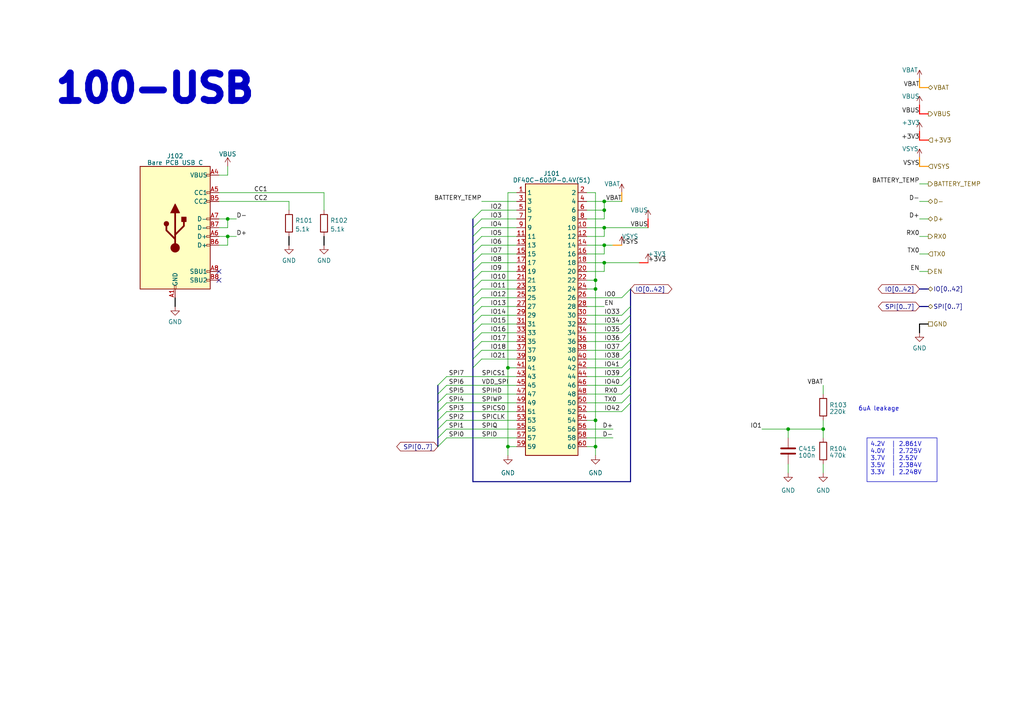
<source format=kicad_sch>
(kicad_sch (version 20230121) (generator eeschema)
  (paper "A4")
  (title_block (title "PSoM - ESP S2") (date "2023-04-17") (rev "HW00") (company "PumaCorp") (comment 1 "Design by: NdG"))
  (lib_symbols
    (symbol "Component lib:C" (pin_numbers hide) (pin_names (offset 0.254))
      (property "Reference" "C" (at 0.635 -1.27 0))
      (property "Value" "C" (at 0.635 -6.35 0))
      (symbol "C_0_1"
        (polyline (pts (xy -2.032 -4.572) (xy 2.032 -4.572)) (stroke (width 0.508)))
        (polyline (pts (xy -2.032 -3.048) (xy 2.032 -3.048)) (stroke (width 0.508)))
      )
      (symbol "C_1_1"
        (pin passive line (at 0 0 270) (length 2.794) (name "~") (number "1"))
        (pin passive line (at 0 -7.62 90) (length 2.794) (name "~") (number "2"))
      )
    )
    (symbol "Component lib:R" (pin_numbers hide) (pin_names (offset 0))
      (property "Reference" "R" (at 2.032 -3.81 90))
      (property "Value" "R" (at 0 -3.81 90))
      (symbol "R_0_1"
        (rectangle (start -1.016 -6.35) (end 1.016 -1.27) (stroke (width 0.254)))
      )
      (symbol "R_1_1"
        (pin passive line (at 0 0 270) (length 1.27) (name "~") (number "1"))
        (pin passive line (at 0 -7.62 90) (length 1.27) (name "~") (number "2"))
      )
    )
    (symbol "Component_lib:Bare PCB USB C" (pin_names (offset 0.762))
      (property "Reference" "J" (at 0 2.54 0))
      (property "Value" "Bare PCB USB C" (at 0 2.54 0))
      (symbol "Bare PCB USB C_0_0"
        (rectangle (start 9.906 -35.56) (end 10.414 -34.544))
        (rectangle (start 20.32 -32.766) (end 19.304 -33.274))
        (rectangle (start 20.32 -30.226) (end 19.304 -30.734))
        (rectangle (start 20.32 -22.606) (end 19.304 -23.114))
        (rectangle (start 20.32 -20.066) (end 19.304 -20.574))
        (rectangle (start 20.32 -17.526) (end 19.304 -18.034))
        (rectangle (start 20.32 -14.986) (end 19.304 -15.494))
        (rectangle (start 20.32 -9.906) (end 19.304 -10.414))
        (rectangle (start 20.32 -7.366) (end 19.304 -7.874))
        (rectangle (start 20.32 -2.286) (end 19.304 -2.794))
      )
      (symbol "Bare PCB USB C_0_1"
        (polyline (pts (xy 10.16 -23.622) (xy 10.16 -13.462)) (stroke (width 0.508)))
        (polyline (pts (xy 10.16 -21.082) (xy 7.62 -18.542) (xy 7.62 -17.272)) (stroke (width 0.508)))
        (polyline (pts (xy 10.16 -19.812) (xy 12.7 -17.272) (xy 12.7 -16.002)) (stroke (width 0.508)))
        (polyline (pts (xy 8.89 -13.462) (xy 10.16 -10.922) (xy 11.43 -13.462) (xy 8.89 -13.462)) (stroke (width 0.254)) (fill (type outline)))
        (rectangle (start 0 0) (end 20.32 -35.56) (stroke (width 0.254)) (fill (type background)))
        (circle (center 7.62 -16.637) (radius 0.635) (stroke (width 0.254)) (fill (type outline)))
        (circle (center 10.16 -23.622) (radius 1.27) (fill (type outline)))
        (rectangle (start 12.065 -14.732) (end 13.335 -16.002) (stroke (width 0.254)) (fill (type outline)))
      )
      (symbol "Bare PCB USB C_1_1"
        (pin passive line (at 10.16 -38.1 90) (length 2.54) (name "GND") (number "A1"))
        (pin passive line (at 10.16 -38.1 90) (length 2.54) hide (name "GND") (number "A12"))
        (pin passive line (at 22.86 -2.54 180) (length 2.54) (name "VBUS") (number "A4"))
        (pin bidirectional line (at 22.86 -7.62 180) (length 2.54) (name "CC1") (number "A5"))
        (pin bidirectional line (at 22.86 -20.32 180) (length 2.54) (name "D+") (number "A6"))
        (pin bidirectional line (at 22.86 -15.24 180) (length 2.54) (name "D-") (number "A7"))
        (pin bidirectional line (at 22.86 -30.48 180) (length 2.54) (name "SBU1") (number "A8"))
        (pin passive line (at 22.86 -2.54 180) (length 2.54) hide (name "VBUS") (number "A9"))
        (pin passive line (at 10.16 -38.1 90) (length 2.54) hide (name "GND") (number "B1"))
        (pin passive line (at 10.16 -38.1 90) (length 2.54) hide (name "GND") (number "B12"))
        (pin passive line (at 22.86 -2.54 180) (length 2.54) hide (name "VBUS") (number "B4"))
        (pin bidirectional line (at 22.86 -10.16 180) (length 2.54) (name "CC2") (number "B5"))
        (pin bidirectional line (at 22.86 -22.86 180) (length 2.54) (name "D+") (number "B6"))
        (pin bidirectional line (at 22.86 -17.78 180) (length 2.54) (name "D-") (number "B7"))
        (pin bidirectional line (at 22.86 -33.02 180) (length 2.54) (name "SBU2") (number "B8"))
        (pin passive line (at 22.86 -2.54 180) (length 2.54) hide (name "VBUS") (number "B9"))
      )
    )
    (symbol "Component_lib:DF40C-60DP-0.4V(51)"
      (property "Reference" "J" (at 5.08 7.62 0))
      (property "Value" "DF40C-60DP-0.4V(51)" (at 12.7 5.08 0))
      (symbol "DF40C-60DP-0.4V(51)_1_1"
        (rectangle (start 2.54 2.54) (end 17.78 -76.2) (stroke (width 0.254)) (fill (type background)))
        (pin passive line (at 0 0 0) (length 2.54) (name "1") (number "1"))
        (pin passive line (at 20.32 -10.16 180) (length 2.54) (name "10") (number "10"))
        (pin passive line (at 0 -12.7 0) (length 2.54) (name "11") (number "11"))
        (pin passive line (at 20.32 -12.7 180) (length 2.54) (name "12") (number "12"))
        (pin passive line (at 0 -15.24 0) (length 2.54) (name "13") (number "13"))
        (pin passive line (at 20.32 -15.24 180) (length 2.54) (name "14") (number "14"))
        (pin passive line (at 0 -17.78 0) (length 2.54) (name "15") (number "15"))
        (pin passive line (at 20.32 -17.78 180) (length 2.54) (name "16") (number "16"))
        (pin passive line (at 0 -20.32 0) (length 2.54) (name "17") (number "17"))
        (pin passive line (at 20.32 -20.32 180) (length 2.54) (name "18") (number "18"))
        (pin passive line (at 0 -22.86 0) (length 2.54) (name "19") (number "19"))
        (pin passive line (at 20.32 0 180) (length 2.54) (name "2") (number "2"))
        (pin passive line (at 20.32 -22.86 180) (length 2.54) (name "20") (number "20"))
        (pin passive line (at 0 -25.4 0) (length 2.54) (name "21") (number "21"))
        (pin passive line (at 20.32 -25.4 180) (length 2.54) (name "22") (number "22"))
        (pin passive line (at 0 -27.94 0) (length 2.54) (name "23") (number "23"))
        (pin passive line (at 20.32 -27.94 180) (length 2.54) (name "24") (number "24"))
        (pin passive line (at 0 -30.48 0) (length 2.54) (name "25") (number "25"))
        (pin passive line (at 20.32 -30.48 180) (length 2.54) (name "26") (number "26"))
        (pin passive line (at 0 -33.02 0) (length 2.54) (name "27") (number "27"))
        (pin passive line (at 20.32 -33.02 180) (length 2.54) (name "28") (number "28"))
        (pin passive line (at 0 -35.56 0) (length 2.54) (name "29") (number "29"))
        (pin passive line (at 0 -2.54 0) (length 2.54) (name "3") (number "3"))
        (pin passive line (at 20.32 -35.56 180) (length 2.54) (name "30") (number "30"))
        (pin passive line (at 0 -38.1 0) (length 2.54) (name "31") (number "31"))
        (pin passive line (at 20.32 -38.1 180) (length 2.54) (name "32") (number "32"))
        (pin passive line (at 0 -40.64 0) (length 2.54) (name "33") (number "33"))
        (pin passive line (at 20.32 -40.64 180) (length 2.54) (name "34") (number "34"))
        (pin passive line (at 0 -43.18 0) (length 2.54) (name "35") (number "35"))
        (pin passive line (at 20.32 -43.18 180) (length 2.54) (name "36") (number "36"))
        (pin passive line (at 0 -45.72 0) (length 2.54) (name "37") (number "37"))
        (pin passive line (at 20.32 -45.72 180) (length 2.54) (name "38") (number "38"))
        (pin passive line (at 0 -48.26 0) (length 2.54) (name "39") (number "39"))
        (pin passive line (at 20.32 -2.54 180) (length 2.54) (name "4") (number "4"))
        (pin passive line (at 20.32 -48.26 180) (length 2.54) (name "40") (number "40"))
        (pin passive line (at 0 -50.8 0) (length 2.54) (name "41") (number "41"))
        (pin passive line (at 20.32 -50.8 180) (length 2.54) (name "42") (number "42"))
        (pin passive line (at 0 -53.34 0) (length 2.54) (name "43") (number "43"))
        (pin passive line (at 20.32 -53.34 180) (length 2.54) (name "44") (number "44"))
        (pin passive line (at 0 -55.88 0) (length 2.54) (name "45") (number "45"))
        (pin passive line (at 20.32 -55.88 180) (length 2.54) (name "46") (number "46"))
        (pin passive line (at 0 -58.42 0) (length 2.54) (name "47") (number "47"))
        (pin passive line (at 20.32 -58.42 180) (length 2.54) (name "48") (number "48"))
        (pin passive line (at 0 -60.96 0) (length 2.54) (name "49") (number "49"))
        (pin passive line (at 0 -5.08 0) (length 2.54) (name "5") (number "5"))
        (pin passive line (at 20.32 -60.96 180) (length 2.54) (name "50") (number "50"))
        (pin passive line (at 0 -63.5 0) (length 2.54) (name "51") (number "51"))
        (pin passive line (at 20.32 -63.5 180) (length 2.54) (name "52") (number "52"))
        (pin passive line (at 0 -66.04 0) (length 2.54) (name "53") (number "53"))
        (pin passive line (at 20.32 -66.04 180) (length 2.54) (name "54") (number "54"))
        (pin passive line (at 0 -68.58 0) (length 2.54) (name "55") (number "55"))
        (pin passive line (at 20.32 -68.58 180) (length 2.54) (name "56") (number "56"))
        (pin passive line (at 0 -71.12 0) (length 2.54) (name "57") (number "57"))
        (pin passive line (at 20.32 -71.12 180) (length 2.54) (name "58") (number "58"))
        (pin passive line (at 0 -73.66 0) (length 2.54) (name "59") (number "59"))
        (pin passive line (at 20.32 -5.08 180) (length 2.54) (name "6") (number "6"))
        (pin passive line (at 20.32 -73.66 180) (length 2.54) (name "60") (number "60"))
        (pin passive line (at 0 -7.62 0) (length 2.54) (name "7") (number "7"))
        (pin passive line (at 20.32 -7.62 180) (length 2.54) (name "8") (number "8"))
        (pin passive line (at 0 -10.16 0) (length 2.54) (name "9") (number "9"))
      )
    )
    (symbol "Component_lib:R" (pin_numbers hide) (pin_names (offset 0))
      (property "Reference" "R" (at 2.032 -3.81 90))
      (property "Value" "R" (at 0 -3.81 90))
      (symbol "R_0_1"
        (rectangle (start -1.016 -6.35) (end 1.016 -1.27) (stroke (width 0.254)))
      )
      (symbol "R_1_1"
        (pin passive line (at 0 0 270) (length 1.27) (name "~") (number "1"))
        (pin passive line (at 0 -7.62 90) (length 1.27) (name "~") (number "2"))
      )
    )
    (symbol "Component_lib:VBAT" (power) (pin_numbers hide) (in_bom no) (on_board no)
      (property "Value" "VBAT" (at 0 3.81 0))
      (symbol "VBAT_0_0"
        (pin passive line (at 0 0 90) (length 2.54) hide (name "") (number ""))
      )
      (symbol "VBAT_0_1"
        (polyline (pts (xy 0 0) (xy 0 2.54) (xy 0.635 1.27) (xy 0 2.54) (xy -0.635 1.27)) (stroke (width 0.1524)))
      )
    )
    (symbol "Component_lib:VSYS" (power) (pin_numbers hide) (in_bom no) (on_board no)
      (property "Value" "VSYS" (at 0 3.81 0))
      (symbol "VSYS_0_0"
        (pin passive line (at 0 0 90) (length 2.54) hide (name "") (number ""))
      )
      (symbol "VSYS_0_1"
        (polyline (pts (xy 0 0) (xy 0 2.54) (xy 0.635 1.27) (xy 0 2.54) (xy -0.635 1.27)) (stroke (width 0.1524)))
      )
    )
    (symbol "GND_2" (power) (pin_names (offset 0))
      (property "Value" "GND_2" (at 0 -3.81 0))
      (symbol "GND_2_0_1"
        (polyline (pts (xy 0 0) (xy 0 -1.27) (xy 1.27 -1.27) (xy 0 -2.54) (xy -1.27 -1.27) (xy 0 -1.27)))
      )
      (symbol "GND_2_1_1"
        (pin power_in line (at 0 0 270) (length 0) hide (name "GND") (number "1"))
      )
    )
    (symbol "power:+3V3" (power) (pin_names (offset 0))
      (property "Value" "+3V3" (at 0 3.556 0))
      (symbol "+3V3_0_1"
        (polyline (pts (xy -0.762 1.27) (xy 0 2.54)))
        (polyline (pts (xy 0 0) (xy 0 2.54)))
        (polyline (pts (xy 0 2.54) (xy 0.762 1.27)))
      )
      (symbol "+3V3_1_1"
        (pin power_in line (at 0 0 90) (length 0) hide (name "+3V3") (number "1"))
      )
    )
    (symbol "power:GND" (power) (pin_names (offset 0))
      (property "Value" "GND" (at 0 -3.81 0))
      (symbol "GND_0_1"
        (polyline (pts (xy 0 0) (xy 0 -1.27) (xy 1.27 -1.27) (xy 0 -2.54) (xy -1.27 -1.27) (xy 0 -1.27)))
      )
      (symbol "GND_1_1"
        (pin power_in line (at 0 0 270) (length 0) hide (name "GND") (number "1"))
      )
    )
    (symbol "power:VBUS" (power) (pin_names (offset 0))
      (property "Value" "VBUS" (at 0 3.81 0))
      (symbol "VBUS_0_1"
        (polyline (pts (xy -0.762 1.27) (xy 0 2.54)))
        (polyline (pts (xy 0 0) (xy 0 2.54)))
        (polyline (pts (xy 0 2.54) (xy 0.762 1.27)))
      )
      (symbol "VBUS_1_1"
        (pin power_in line (at 0 0 90) (length 0) hide (name "VBUS") (number "1"))
      )
    )
  )
  (junction (at 66.04 68.58))
  (junction (at 228.6 124.46))
  (junction (at 172.72 83.82))
  (junction (at 175.26 58.42))
  (junction (at 147.32 129.54))
  (junction (at 175.26 76.2))
  (junction (at 147.32 106.68))
  (junction (at 175.26 60.96))
  (junction (at 172.72 121.92))
  (junction (at 175.26 66.04))
  (junction (at 175.26 71.12))
  (junction (at 238.76 124.46))
  (junction (at 172.72 129.54))
  (junction (at 172.72 81.28))
  (junction (at 66.04 63.5))
  (no_connect (at 63.5 81.28))
  (no_connect (at 63.5 78.74))
  (bus_entry (at 137.16 71.12) (size 2.54 -2.54))
  (bus_entry (at 139.7 93.98) (size -2.54 2.54))
  (bus_entry (at 137.16 76.2) (size 2.54 -2.54))
  (bus_entry (at 137.16 81.28) (size 2.54 -2.54))
  (bus_entry (at 180.34 114.3) (size 2.54 -2.54))
  (bus_entry (at 180.34 101.6) (size 2.54 -2.54))
  (bus_entry (at 180.34 96.52) (size 2.54 -2.54))
  (bus_entry (at 139.7 88.9) (size -2.54 2.54))
  (bus_entry (at 180.34 111.76) (size 2.54 -2.54))
  (bus_entry (at 180.34 119.38) (size 2.54 -2.54))
  (bus_entry (at 137.16 78.74) (size 2.54 -2.54))
  (bus_entry (at 129.54 116.84) (size -2.54 2.54))
  (bus_entry (at 139.7 99.06) (size -2.54 2.54))
  (bus_entry (at 137.16 73.66) (size 2.54 -2.54))
  (bus_entry (at 139.7 86.36) (size -2.54 2.54))
  (bus_entry (at 129.54 127) (size -2.54 2.54))
  (bus_entry (at 180.34 99.06) (size 2.54 -2.54))
  (bus_entry (at 137.16 66.04) (size 2.54 -2.54))
  (bus_entry (at 129.54 114.3) (size -2.54 2.54))
  (bus_entry (at 180.34 91.44) (size 2.54 -2.54))
  (bus_entry (at 180.34 104.14) (size 2.54 -2.54))
  (bus_entry (at 139.7 83.82) (size -2.54 2.54))
  (bus_entry (at 139.7 81.28) (size -2.54 2.54))
  (bus_entry (at 180.34 86.36) (size 2.54 -2.54))
  (bus_entry (at 180.34 106.68) (size 2.54 -2.54))
  (bus_entry (at 139.7 96.52) (size -2.54 2.54))
  (bus_entry (at 129.54 121.92) (size -2.54 2.54))
  (bus_entry (at 129.54 109.22) (size -2.54 2.54))
  (bus_entry (at 137.16 106.68) (size 2.54 -2.54))
  (bus_entry (at 180.34 93.98) (size 2.54 -2.54))
  (bus_entry (at 139.7 91.44) (size -2.54 2.54))
  (bus_entry (at 137.16 68.58) (size 2.54 -2.54))
  (bus_entry (at 180.34 109.22) (size 2.54 -2.54))
  (bus_entry (at 129.54 124.46) (size -2.54 2.54))
  (bus_entry (at 139.7 101.6) (size -2.54 2.54))
  (bus_entry (at 137.16 63.5) (size 2.54 -2.54))
  (bus_entry (at 129.54 119.38) (size -2.54 2.54))
  (bus_entry (at 180.34 116.84) (size 2.54 -2.54))
  (bus_entry (at 129.54 111.76) (size -2.54 2.54))
  (wire (pts (xy 129.54 119.38) (xy 149.86 119.38)))
  (bus (pts (xy 182.88 109.22) (xy 182.88 111.76)))
  (bus (pts (xy 127 127) (xy 127 124.46)))
  (bus (pts (xy 137.16 81.28) (xy 137.16 83.82)))
  (wire (pts (xy 66.04 68.58) (xy 68.58 68.58)))
  (wire (pts (xy 266.7 22.86) (xy 266.7 25.4)) (stroke (width 0.3) (color 255 153 0 1)))
  (wire (pts (xy 129.54 109.22) (xy 149.86 109.22)))
  (wire (pts (xy 139.7 58.42) (xy 149.86 58.42)))
  (bus (pts (xy 137.16 104.14) (xy 137.16 106.68)))
  (wire (pts (xy 175.26 78.74) (xy 175.26 76.2)))
  (wire (pts (xy 238.76 111.76) (xy 238.76 114.3)))
  (wire (pts (xy 139.7 101.6) (xy 149.86 101.6)))
  (bus (pts (xy 182.88 106.68) (xy 182.88 109.22)))
  (wire (pts (xy 172.72 55.88) (xy 172.72 81.28)))
  (wire (pts (xy 170.18 81.28) (xy 172.72 81.28)))
  (wire (pts (xy 170.18 101.6) (xy 180.34 101.6)))
  (wire (pts (xy 63.5 58.42) (xy 83.82 58.42)))
  (wire (pts (xy 66.04 63.5) (xy 63.5 63.5)))
  (wire (pts (xy 147.32 106.68) (xy 147.32 129.54)))
  (wire (pts (xy 266.7 48.26) (xy 269.24 48.26)) (stroke (width 0.3) (color 255 148 0 1)))
  (wire (pts (xy 170.18 121.92) (xy 172.72 121.92)))
  (bus (pts (xy 137.16 63.5) (xy 137.16 66.04)))
  (wire (pts (xy 139.7 73.66) (xy 149.86 73.66)))
  (wire (pts (xy 170.18 76.2) (xy 175.26 76.2)))
  (wire (pts (xy 139.7 60.96) (xy 149.86 60.96)))
  (bus (pts (xy 182.88 93.98) (xy 182.88 96.52)))
  (wire (pts (xy 170.18 68.58) (xy 175.26 68.58)))
  (wire (pts (xy 147.32 106.68) (xy 149.86 106.68)))
  (bus (pts (xy 127 114.3) (xy 127 111.76)))
  (bus (pts (xy 127 119.38) (xy 127 116.84)))
  (bus (pts (xy 137.16 101.6) (xy 137.16 104.14)))
  (bus (pts (xy 137.16 139.7) (xy 182.88 139.7)))
  (wire (pts (xy 170.18 78.74) (xy 175.26 78.74)))
  (bus (pts (xy 137.16 71.12) (xy 137.16 73.66)))
  (wire (pts (xy 170.18 66.04) (xy 175.26 66.04)))
  (wire (pts (xy 170.18 114.3) (xy 180.34 114.3)))
  (wire (pts (xy 228.6 124.46) (xy 228.6 127)))
  (wire (pts (xy 170.18 91.44) (xy 180.34 91.44)))
  (bus (pts (xy 266.7 88.9) (xy 269.24 88.9)))
  (wire (pts (xy 175.26 60.96) (xy 175.26 58.42)))
  (wire (pts (xy 170.18 109.22) (xy 180.34 109.22)))
  (wire (pts (xy 175.26 68.58) (xy 175.26 66.04)))
  (wire (pts (xy 266.7 73.66) (xy 269.24 73.66)))
  (wire (pts (xy 139.7 63.5) (xy 149.86 63.5)))
  (wire (pts (xy 170.18 60.96) (xy 175.26 60.96)))
  (wire (pts (xy 228.6 124.46) (xy 238.76 124.46)))
  (wire (pts (xy 139.7 71.12) (xy 149.86 71.12)))
  (wire (pts (xy 266.7 68.58) (xy 269.24 68.58)))
  (wire (pts (xy 266.7 30.48) (xy 266.7 33.02)) (stroke (width 0.3) (color 255 0 0 1)))
  (wire (pts (xy 139.7 76.2) (xy 149.86 76.2)))
  (wire (pts (xy 266.7 33.02) (xy 269.24 33.02)) (stroke (width 0.3) (color 255 0 0 1)))
  (wire (pts (xy 139.7 93.98) (xy 149.86 93.98)))
  (wire (pts (xy 266.7 38.1) (xy 266.7 40.64)) (stroke (width 0.3) (color 255 17 1 1)))
  (wire (pts (xy 170.18 71.12) (xy 175.26 71.12)))
  (wire (pts (xy 172.72 83.82) (xy 172.72 121.92)))
  (wire (pts (xy 170.18 63.5) (xy 175.26 63.5)))
  (wire (pts (xy 175.26 66.04) (xy 187.96 66.04)))
  (wire (pts (xy 170.18 88.9) (xy 175.26 88.9)))
  (wire (pts (xy 220.98 124.46) (xy 228.6 124.46)))
  (wire (pts (xy 238.76 124.46) (xy 238.76 127)))
  (wire (pts (xy 175.26 76.2) (xy 185.42 76.2)))
  (wire (pts (xy 175.26 63.5) (xy 175.26 60.96)))
  (wire (pts (xy 83.82 68.58) (xy 83.82 71.12)) (stroke (width 0.3) (color 0 0 0 1)))
  (wire (pts (xy 266.7 96.52) (xy 266.7 93.98)) (stroke (width 0.3) (color 0 0 0 1)))
  (wire (pts (xy 185.42 76.2) (xy 187.96 76.2)) (stroke (width 0.3) (color 255 17 1 1)))
  (bus (pts (xy 137.16 76.2) (xy 137.16 78.74)))
  (wire (pts (xy 170.18 127) (xy 177.8 127)))
  (bus (pts (xy 182.88 88.9) (xy 182.88 91.44)))
  (wire (pts (xy 266.7 63.5) (xy 269.24 63.5)))
  (wire (pts (xy 139.7 99.06) (xy 149.86 99.06)))
  (wire (pts (xy 139.7 68.58) (xy 149.86 68.58)))
  (wire (pts (xy 266.7 53.34) (xy 269.24 53.34)))
  (wire (pts (xy 139.7 83.82) (xy 149.86 83.82)))
  (wire (pts (xy 172.72 81.28) (xy 172.72 83.82)))
  (bus (pts (xy 137.16 91.44) (xy 137.16 93.98)))
  (wire (pts (xy 266.7 25.4) (xy 269.24 25.4)) (stroke (width 0.3) (color 255 153 0 1)))
  (wire (pts (xy 170.18 83.82) (xy 172.72 83.82)))
  (bus (pts (xy 182.88 101.6) (xy 182.88 104.14)))
  (wire (pts (xy 170.18 99.06) (xy 180.34 99.06)))
  (wire (pts (xy 93.98 55.88) (xy 93.98 60.96)))
  (bus (pts (xy 182.88 83.82) (xy 182.88 88.9)))
  (wire (pts (xy 266.7 78.74) (xy 269.24 78.74)))
  (wire (pts (xy 147.32 129.54) (xy 147.32 132.08)))
  (bus (pts (xy 127 116.84) (xy 127 114.3)))
  (wire (pts (xy 139.7 66.04) (xy 149.86 66.04)))
  (wire (pts (xy 170.18 116.84) (xy 180.34 116.84)))
  (bus (pts (xy 137.16 68.58) (xy 137.16 71.12)))
  (wire (pts (xy 238.76 134.62) (xy 238.76 137.16)))
  (wire (pts (xy 187.96 63.5) (xy 187.96 66.04)) (stroke (width 0.3) (color 255 0 0 1)))
  (wire (pts (xy 129.54 111.76) (xy 149.86 111.76)))
  (wire (pts (xy 129.54 114.3) (xy 149.86 114.3)))
  (bus (pts (xy 182.88 99.06) (xy 182.88 101.6)))
  (wire (pts (xy 149.86 55.88) (xy 147.32 55.88)))
  (wire (pts (xy 63.5 68.58) (xy 66.04 68.58)))
  (wire (pts (xy 63.5 55.88) (xy 93.98 55.88)))
  (wire (pts (xy 66.04 71.12) (xy 63.5 71.12)))
  (wire (pts (xy 170.18 86.36) (xy 180.34 86.36)))
  (bus (pts (xy 266.7 83.82) (xy 269.24 83.82)))
  (wire (pts (xy 147.32 55.88) (xy 147.32 106.68)))
  (bus (pts (xy 137.16 83.82) (xy 137.16 86.36)))
  (wire (pts (xy 139.7 96.52) (xy 149.86 96.52)))
  (wire (pts (xy 238.76 124.46) (xy 238.76 121.92)))
  (wire (pts (xy 172.72 121.92) (xy 172.72 129.54)))
  (wire (pts (xy 266.7 45.72) (xy 266.7 48.26)) (stroke (width 0.3) (color 255 148 0 1)))
  (wire (pts (xy 170.18 104.14) (xy 180.34 104.14)))
  (wire (pts (xy 170.18 124.46) (xy 177.8 124.46)))
  (wire (pts (xy 266.7 93.98) (xy 269.24 93.98)) (stroke (width 0.3) (color 0 0 0 1)))
  (bus (pts (xy 182.88 91.44) (xy 182.88 93.98)))
  (wire (pts (xy 177.8 71.12) (xy 180.34 71.12)) (stroke (width 0.3) (color 255 148 0 1)))
  (wire (pts (xy 147.32 129.54) (xy 149.86 129.54)))
  (bus (pts (xy 137.16 66.04) (xy 137.16 68.58)))
  (wire (pts (xy 170.18 96.52) (xy 180.34 96.52)))
  (wire (pts (xy 175.26 71.12) (xy 177.8 71.12)))
  (wire (pts (xy 139.7 91.44) (xy 149.86 91.44)))
  (wire (pts (xy 139.7 78.74) (xy 149.86 78.74)))
  (bus (pts (xy 182.88 111.76) (xy 182.88 114.3)))
  (wire (pts (xy 139.7 86.36) (xy 149.86 86.36)))
  (wire (pts (xy 63.5 66.04) (xy 66.04 66.04)))
  (wire (pts (xy 129.54 116.84) (xy 149.86 116.84)))
  (wire (pts (xy 170.18 129.54) (xy 172.72 129.54)))
  (wire (pts (xy 170.18 119.38) (xy 180.34 119.38)))
  (wire (pts (xy 170.18 106.68) (xy 180.34 106.68)))
  (wire (pts (xy 129.54 124.46) (xy 149.86 124.46)))
  (bus (pts (xy 137.16 106.68) (xy 137.16 139.7)))
  (wire (pts (xy 170.18 55.88) (xy 172.72 55.88)))
  (wire (pts (xy 66.04 68.58) (xy 66.04 71.12)))
  (wire (pts (xy 170.18 111.76) (xy 180.34 111.76)))
  (wire (pts (xy 139.7 88.9) (xy 149.86 88.9)))
  (wire (pts (xy 170.18 73.66) (xy 175.26 73.66)))
  (bus (pts (xy 137.16 78.74) (xy 137.16 81.28)))
  (bus (pts (xy 182.88 116.84) (xy 182.88 139.7)))
  (bus (pts (xy 182.88 114.3) (xy 182.88 116.84)))
  (wire (pts (xy 175.26 73.66) (xy 175.26 71.12)))
  (wire (pts (xy 93.98 68.58) (xy 93.98 71.12)) (stroke (width 0.3) (color 0 0 0 1)))
  (wire (pts (xy 139.7 81.28) (xy 149.86 81.28)))
  (bus (pts (xy 137.16 86.36) (xy 137.16 88.9)))
  (wire (pts (xy 66.04 66.04) (xy 66.04 63.5)))
  (bus (pts (xy 137.16 96.52) (xy 137.16 99.06)))
  (wire (pts (xy 66.04 50.8) (xy 63.5 50.8)))
  (wire (pts (xy 83.82 60.96) (xy 83.82 58.42)))
  (bus (pts (xy 137.16 88.9) (xy 137.16 91.44)))
  (bus (pts (xy 127 124.46) (xy 127 121.92)))
  (wire (pts (xy 50.8 86.36) (xy 50.8 88.9)) (stroke (width 0.3) (color 0 0 0 1)))
  (wire (pts (xy 66.04 63.5) (xy 68.58 63.5)))
  (wire (pts (xy 139.7 104.14) (xy 149.86 104.14)))
  (bus (pts (xy 137.16 93.98) (xy 137.16 96.52)))
  (bus (pts (xy 127 129.54) (xy 127 127)))
  (wire (pts (xy 228.6 134.62) (xy 228.6 137.16)))
  (bus (pts (xy 127 121.92) (xy 127 119.38)))
  (wire (pts (xy 266.7 58.42) (xy 269.24 58.42)))
  (bus (pts (xy 137.16 99.06) (xy 137.16 101.6)))
  (bus (pts (xy 137.16 73.66) (xy 137.16 76.2)))
  (bus (pts (xy 182.88 96.52) (xy 182.88 99.06)))
  (wire (pts (xy 172.72 129.54) (xy 172.72 132.08)))
  (wire (pts (xy 180.34 55.88) (xy 180.34 58.42)) (stroke (width 0.3) (color 255 153 0 1)))
  (bus (pts (xy 182.88 104.14) (xy 182.88 106.68)))
  (wire (pts (xy 66.04 48.26) (xy 66.04 50.8)))
  (wire (pts (xy 175.26 58.42) (xy 180.34 58.42)))
  (wire (pts (xy 170.18 93.98) (xy 180.34 93.98)))
  (wire (pts (xy 129.54 121.92) (xy 149.86 121.92)))
  (wire (pts (xy 170.18 58.42) (xy 175.26 58.42)))
  (wire (pts (xy 129.54 127) (xy 149.86 127)))
  (wire (pts (xy 266.7 40.64) (xy 269.24 40.64)) (stroke (width 0.3) (color 255 17 1 1)))
  (text_box "4.2V  | 2.861V\n4.0V  | 2.725V\n3.7V  | 2.52V\n3.5V  | 2.384V\n3.3V  | 2.248V" (at 251.46 127 0) (size 20.32 12.7) (effects (font (size 1.27 1.27)) (justify left top)))
  (text "100-USB" (at 15.24 30.48 0) (effects (font (size 8 8) (thickness 3) bold) (justify left bottom)))
  (text "6uA leakage" (at 248.92 119.38 0) (effects (font (size 1.27 1.27)) (justify left bottom)))
  (label "IO18" (at 142.24 101.6 0))
  (label "BATTERY_TEMP" (at 139.7 58.42 180))
  (label "VSYS" (at 180.34 71.12 0))
  (label "IO42" (at 175.26 119.38 0))
  (label "EN" (at 266.7 78.74 180))
  (label "TX0" (at 266.7 73.66 180))
  (label "IO11" (at 142.24 83.82 0))
  (label "VBAT" (at 266.7 25.4 180))
  (label "SPI7" (at 134.62 109.22 180))
  (label "IO10" (at 142.24 81.28 0))
  (label "IO4" (at 142.24 66.04 0))
  (label "IO38" (at 175.26 104.14 0))
  (label "D-" (at 68.58 63.5 0))
  (label "VBUS" (at 266.7 33.02 180))
  (label "VBAT" (at 180.34 58.42 180))
  (label "SPIWP" (at 139.7 116.84 0))
  (label "D-" (at 177.8 127 180))
  (label "SPI4" (at 134.62 116.84 180))
  (label "D+" (at 68.58 68.58 0))
  (label "IO9" (at 142.24 78.74 0))
  (label "IO13" (at 142.24 88.9 0))
  (label "D+" (at 177.8 124.46 180))
  (label "IO3" (at 142.24 63.5 0))
  (label "IO35" (at 175.26 96.52 0))
  (label "IO21" (at 142.24 104.14 0))
  (label "CC2" (at 73.66 58.42 0))
  (label "SPICLK" (at 139.7 121.92 0))
  (label "IO7" (at 142.24 73.66 0))
  (label "IO16" (at 142.24 96.52 0))
  (label "IO36" (at 175.26 99.06 0))
  (label "D+" (at 266.7 63.5 180))
  (label "VSYS" (at 266.7 48.26 180))
  (label "BATTERY_TEMP" (at 266.7 53.34 180))
  (label "IO37" (at 175.26 101.6 0))
  (label "IO14" (at 142.24 91.44 0))
  (label "SPICS1" (at 139.7 109.22 0))
  (label "IO8" (at 142.24 76.2 0))
  (label "SPI5" (at 134.62 114.3 180))
  (label "IO33" (at 175.26 91.44 0))
  (label "IO40" (at 175.26 111.76 0))
  (label "IO0" (at 175.26 86.36 0))
  (label "EN" (at 175.26 88.9 0))
  (label "SPIQ" (at 139.7 124.46 0))
  (label "IO34" (at 175.26 93.98 0))
  (label "IO12" (at 142.24 86.36 0))
  (label "SPI2" (at 134.62 121.92 180))
  (label "IO41" (at 175.26 106.68 0))
  (label "IO39" (at 175.26 109.22 0))
  (label "D-" (at 266.7 58.42 180))
  (label "+3V3" (at 266.7 40.64 180))
  (label "VDD_SPI" (at 139.7 111.76 0))
  (label "IO1" (at 220.98 124.46 180))
  (label "SPI3" (at 134.62 119.38 180))
  (label "CC1" (at 73.66 55.88 0))
  (label "IO5" (at 142.24 68.58 0))
  (label "SPID" (at 139.7 127 0))
  (label "SPI6" (at 134.62 111.76 180))
  (label "RX0" (at 266.7 68.58 180))
  (label "VBAT" (at 238.76 111.76 180))
  (label "VBUS" (at 187.96 66.04 180))
  (label "IO6" (at 142.24 71.12 0))
  (label "SPI1" (at 134.62 124.46 180))
  (label "SPI0" (at 134.62 127 180))
  (label "+3V3" (at 187.96 76.2 0))
  (label "SPIHD" (at 139.7 114.3 0))
  (label "IO17" (at 142.24 99.06 0))
  (label "IO2" (at 142.24 60.96 0))
  (label "RX0" (at 175.26 114.3 0))
  (label "TX0" (at 175.26 116.84 0))
  (label "SPICS0" (at 139.7 119.38 0))
  (label "IO15" (at 142.24 93.98 0))
  (global_label "IO[0..42]" (shape bidirectional) (at 182.88 83.82 0) (property "Intersheetrefs" "${INTERSHEET_REFS}" (effects hide)))
  (global_label "SPI[0..7]" (shape bidirectional) (at 127 129.54 180) (property "Intersheetrefs" "${INTERSHEET_REFS}" (effects hide)))
  (global_label "IO[0..42]" (shape bidirectional) (at 266.7 83.82 180) (property "Intersheetrefs" "${INTERSHEET_REFS}" (effects hide)))
  (global_label "SPI[0..7]" (shape bidirectional) (at 266.7 88.9 180) (property "Intersheetrefs" "${INTERSHEET_REFS}" (effects hide)))
  (hierarchical_label "VBAT" (shape bidirectional) (at 269.24 25.4 0))
  (hierarchical_label "EN" (shape output) (at 269.24 78.74 0))
  (hierarchical_label "+3V3" (shape input) (at 269.24 40.64 0))
  (hierarchical_label "VSYS" (shape input) (at 269.24 48.26 0))
  (hierarchical_label "D+" (shape bidirectional) (at 269.24 63.5 0))
  (hierarchical_label "RX0" (shape output) (at 269.24 68.58 0))
  (hierarchical_label "BATTERY_TEMP" (shape output) (at 269.24 53.34 0))
  (hierarchical_label "GND" (shape passive) (at 269.24 93.98 0))
  (hierarchical_label "SPI[0..7]" (shape bidirectional) (at 269.24 88.9 0))
  (hierarchical_label "IO[0..42]" (shape bidirectional) (at 269.24 83.82 0))
  (hierarchical_label "TX0" (shape input) (at 269.24 73.66 0))
  (hierarchical_label "VBUS" (shape output) (at 269.24 33.02 0))
  (hierarchical_label "D-" (shape bidirectional) (at 269.24 58.42 0))
  (symbol (lib_id "Component_lib:VBAT") (at 180.34 55.88 0) (unit 1) (in_bom no) (on_board no)
    (property "Reference" "#VBAT01" (effects hide))
    (property "Value" "VBAT" (at 175.26 53.34 0) (effects (justify left)))
    (instances (project "ESP_S2_SoM_HW00" (path "" (reference "#VBAT01") (unit 1))) (project "PMK_Keyboard" (path "" (reference "#VBAT0102") (unit 1))))
  )
  (symbol (lib_id "Component_lib:VSYS") (at 266.7 45.72 0) (unit 1) (in_bom no) (on_board no)
    (property "Reference" "#VSYS0101" (effects hide))
    (property "Value" "VSYS" (at 261.62 43.18 0) (effects (justify left)))
  )
  (symbol (lib_id "power:VBUS") (at 187.96 63.5 0) (unit 1)
    (property "Reference" "#PWR04" (effects hide))
    (property "Value" "VBUS" (at 185.42 60.96 0))
    (instances (project "ESP_S2_SoM_HW00" (path "" (reference "#PWR04") (unit 1))) (project "PMK_Keyboard" (path "" (reference "#PWR0101") (unit 1))))
  )
  (symbol (lib_name "GND_2") (lib_id "power:GND") (at 238.76 137.16 0) (unit 1)
    (property "Reference" "#PWR011" (effects hide))
    (property "Value" "GND" (at 238.76 142.24 0))
  )
  (symbol (lib_id "Component_lib:R") (at 238.76 114.3 0) (unit 1)
    (property "Reference" "R103" (at 240.538 117.4663 0) (effects (justify left)))
    (property "Value" "220k" (at 240.538 119.3873 0) (effects (justify left)))
    (property "Footprint" "Resistor_SMD:R_0201_0603Metric" (effects hide))
  )
  (symbol (lib_name "GND_2") (lib_id "power:GND") (at 172.72 132.08 0) (unit 1)
    (property "Reference" "#PWR02" (effects hide))
    (property "Value" "GND" (at 172.72 137.16 0))
  )
  (symbol (lib_id "Component lib:R") (at 83.82 60.96 0) (unit 1)
    (property "Reference" "R101" (at 85.598 63.9353 0) (effects (justify left)))
    (property "Value" "5.1k" (at 85.598 66.4722 0) (effects (justify left)))
    (property "Footprint" "Resistor_SMD:R_0201_0603Metric" (effects hide))
  )
  (symbol (lib_name "GND_2") (lib_id "power:GND") (at 147.32 132.08 0) (unit 1)
    (property "Reference" "#PWR01" (effects hide))
    (property "Value" "GND" (at 147.32 137.16 0))
  )
  (symbol (lib_id "Component_lib:R") (at 238.76 127 0) (unit 1)
    (property "Reference" "R104" (at 240.538 130.1663 0) (effects (justify left)))
    (property "Value" "470k" (at 240.538 132.0873 0) (effects (justify left)))
    (property "Footprint" "Resistor_SMD:R_0201_0603Metric" (effects hide))
  )
  (symbol (lib_id "Component_lib:VSYS") (at 180.34 71.12 0) (unit 1) (in_bom no) (on_board no)
    (property "Reference" "#VSYS01" (effects hide))
    (property "Value" "VSYS" (at 180.34 68.58 0) (effects (justify left)))
  )
  (symbol (lib_id "power:GND") (at 83.82 71.12 0) (unit 1)
    (property "Reference" "#PWR0104" (effects hide))
    (property "Value" "GND" (at 83.82 75.5634 0))
  )
  (symbol (lib_id "power:+3V3") (at 266.7 38.1 0) (unit 1)
    (property "Reference" "#PWR05" (effects hide))
    (property "Value" "+3V3" (at 264.16 35.56 0))
  )
  (symbol (lib_id "Component_lib:VBAT") (at 266.7 22.86 0) (unit 1) (in_bom no) (on_board no)
    (property "Reference" "#VBAT0102" (effects hide))
    (property "Value" "VBAT" (at 261.62 20.32 0) (effects (justify left)))
  )
  (symbol (lib_id "Component_lib:DF40C-60DP-0.4V(51)") (at 149.86 55.88 0) (unit 1)
    (property "Reference" "J101" (at 160.02 50.3301 0))
    (property "Value" "DF40C-60DP-0.4V(51)" (at 160.02 52.2511 0))
    (property "Footprint" "Component_lib:DF40C-60DP-0.4V(51)" (effects hide))
    (property "Datasheet" "https://www.mouser.ch/ProductDetail/Hirose-Connector/DF40C-60DP-04V51?qs=eDUdFcBPps0%252B%252BrqDQtiLyw%3D%3D" (effects hide))
  )
  (symbol (lib_id "power:VBUS") (at 266.7 30.48 0) (unit 1)
    (property "Reference" "#PWR0101" (effects hide))
    (property "Value" "VBUS" (at 264.16 27.94 0))
  )
  (symbol (lib_id "power:GND") (at 50.8 88.9 0) (unit 1)
    (property "Reference" "#PWR0107" (effects hide))
    (property "Value" "GND" (at 50.8 93.3434 0))
  )
  (symbol (lib_id "power:GND") (at 266.7 96.52 0) (unit 1)
    (property "Reference" "#PWR0118" (effects hide))
    (property "Value" "GND" (at 266.7 100.9634 0))
  )
  (symbol (lib_id "power:GND") (at 93.98 71.12 0) (unit 1)
    (property "Reference" "#PWR0105" (effects hide))
    (property "Value" "GND" (at 93.98 75.5634 0))
  )
  (symbol (lib_name "GND_2") (lib_id "power:GND") (at 228.6 137.16 0) (unit 1)
    (property "Reference" "#PWR012" (effects hide))
    (property "Value" "GND" (at 228.6 142.24 0))
  )
  (symbol (lib_id "Component lib:R") (at 93.98 60.96 0) (unit 1)
    (property "Reference" "R102" (at 95.758 63.9353 0) (effects (justify left)))
    (property "Value" "5.1k" (at 95.758 66.4722 0) (effects (justify left)))
    (property "Footprint" "Resistor_SMD:R_0201_0603Metric" (effects hide))
  )
  (symbol (lib_id "power:+3V3") (at 187.96 76.2 0) (unit 1)
    (property "Reference" "#PWR03" (effects hide))
    (property "Value" "+3V3" (at 190.5 73.66 0))
  )
  (symbol (lib_id "Component_lib:Bare PCB USB C") (at 40.64 48.26 0) (unit 1)
    (property "Reference" "J102" (at 50.8 45.2501 0))
    (property "Value" "Bare PCB USB C" (at 50.8 47.1711 0))
    (property "Footprint" "Component_lib:usb-c-pcb" (effects hide))
    (property "Datasheet" "https://gct.co/files/drawings/usb4510.pdf" (effects hide))
    (property "Description" "USB Connectors USB C Rec 16P 3u\" Mid Mnt 1.6mm O-set SMT L = 6.5mm S-Spring" (effects hide))
    (property "Height" "3.36" (effects hide))
    (property "Mouser Part Number" "640-USB4510031A" (effects hide))
    (property "Mouser Price/Stock" "https://www.mouser.co.uk/ProductDetail/GCT/USB4510-03-1-A?qs=7D1LtPJG0i3iod3O3OZ7LA%3D%3D" (effects hide))
    (property "Manufacturer_Name" "GCT (GLOBAL CONNECTOR TECHNOLOGY)" (effects hide))
    (property "Manufacturer_Part_Number" "USB4510-03-1-A" (effects hide))
  )
  (symbol (lib_id "Component lib:C") (at 228.6 127 0) (unit 1)
    (property "Reference" "C415" (at 231.521 130.1663 0) (effects (justify left)))
    (property "Value" "100n" (at 231.521 132.0873 0) (effects (justify left)))
    (property "Footprint" "Capacitor_SMD:C_0201_0603Metric" (effects hide))
    (instances (project "ESP_S2_SoM_HW00" (path "" (reference "C415") (unit 1)) (path "" (reference "C101") (unit 1))) (project "PMK_Keyboard" (path "" (reference "C415") (unit 1))))
  )
  (symbol (lib_id "power:VBUS") (at 66.04 48.26 0) (unit 1)
    (property "Reference" "#PWR0103" (effects hide))
    (property "Value" "VBUS" (at 66.04 44.6842 0))
  )
)
</source>
